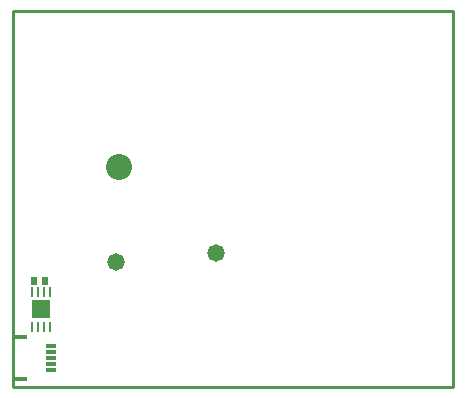
<source format=gts>
G04*
G04 #@! TF.GenerationSoftware,Altium Limited,Altium Designer,23.6.0 (18)*
G04*
G04 Layer_Color=8388736*
%FSLAX43Y43*%
%MOMM*%
G71*
G04*
G04 #@! TF.SameCoordinates,0D2679BE-82C5-4F77-93CB-BF777400B08C*
G04*
G04*
G04 #@! TF.FilePolarity,Negative*
G04*
G01*
G75*
%ADD12C,0.254*%
%ADD13R,1.600X1.600*%
%ADD14R,0.249X0.805*%
%ADD15R,0.610X0.660*%
%ADD16R,1.152X0.452*%
%ADD17R,0.852X0.452*%
%ADD18C,2.203*%
%ADD19C,1.473*%
D12*
X0Y0D02*
X37280D01*
X0Y31820D02*
X37280D01*
Y0D02*
Y31820D01*
X0Y0D02*
Y31820D01*
D13*
X2387Y6570D02*
D03*
D14*
X3137Y5118D02*
D03*
X2637D02*
D03*
X2137D02*
D03*
X1636D02*
D03*
Y8021D02*
D03*
X2137D02*
D03*
X2637D02*
D03*
X3137D02*
D03*
D15*
X1850Y8950D02*
D03*
X2750D02*
D03*
D16*
X628Y653D02*
D03*
Y4233D02*
D03*
D17*
X3278Y1443D02*
D03*
Y1943D02*
D03*
Y2443D02*
D03*
Y2943D02*
D03*
Y3443D02*
D03*
D18*
X9000Y18620D02*
D03*
D19*
X17215Y11317D02*
D03*
X8715Y10567D02*
D03*
M02*

</source>
